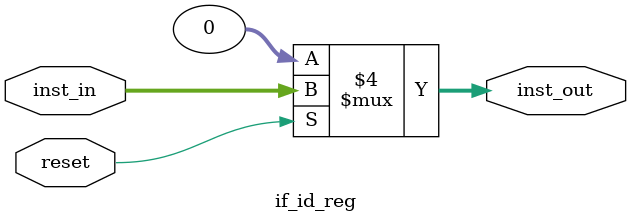
<source format=v>
module if_id_reg(
    input reset,
    input [31:0] inst_in,

    output reg [31:0] inst_out
);

always@(*)
begin
    if(!reset)
        inst_out = 32'd0;
    else inst_out = inst_in;
end

endmodule
</source>
